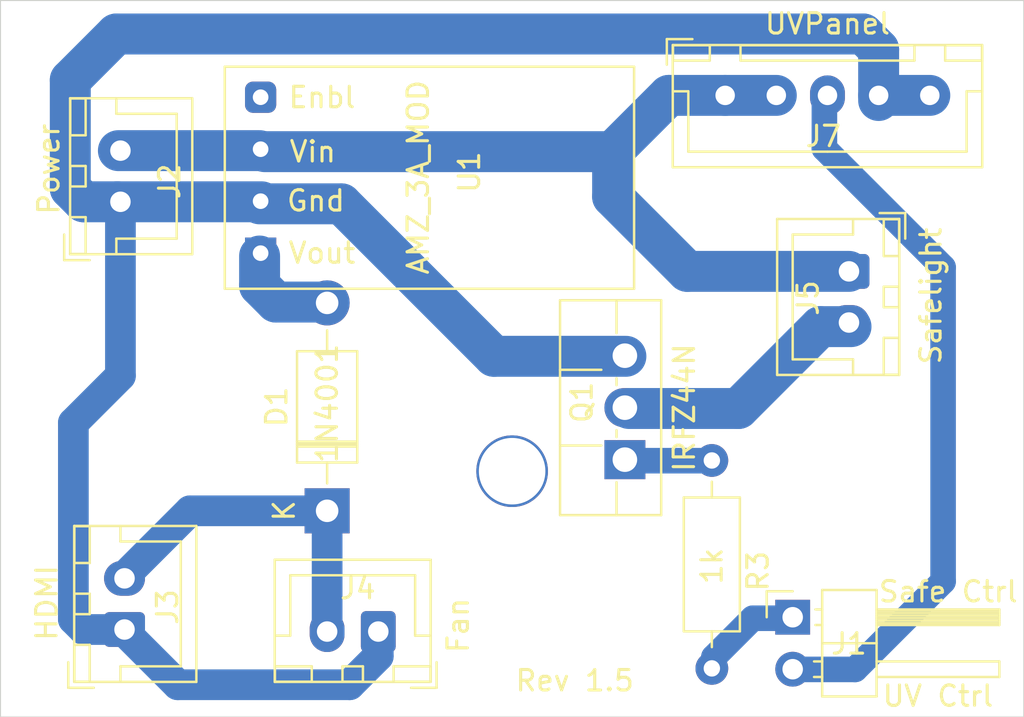
<source format=kicad_pcb>
(kicad_pcb (version 20171130) (host pcbnew "(5.1.8-0-10_14)")

  (general
    (thickness 1.6)
    (drawings 7)
    (tracks 50)
    (zones 0)
    (modules 10)
    (nets 10)
  )

  (page USLetter portrait)
  (layers
    (0 F.Cu signal)
    (31 B.Cu signal)
    (32 B.Adhes user hide)
    (33 F.Adhes user hide)
    (34 B.Paste user hide)
    (35 F.Paste user hide)
    (36 B.SilkS user hide)
    (37 F.SilkS user)
    (38 B.Mask user hide)
    (39 F.Mask user hide)
    (40 Dwgs.User user hide)
    (41 Cmts.User user hide)
    (42 Eco1.User user hide)
    (43 Eco2.User user hide)
    (44 Edge.Cuts user)
    (45 Margin user hide)
    (46 B.CrtYd user hide)
    (47 F.CrtYd user hide)
    (48 B.Fab user hide)
    (49 F.Fab user hide)
  )

  (setup
    (last_trace_width 1.25)
    (user_trace_width 0.5)
    (user_trace_width 1)
    (user_trace_width 1.5)
    (user_trace_width 2)
    (trace_clearance 0.25)
    (zone_clearance 0.508)
    (zone_45_only no)
    (trace_min 0.2)
    (via_size 0.8)
    (via_drill 0.4)
    (via_min_size 0.4)
    (via_min_drill 0.3)
    (uvia_size 0.3)
    (uvia_drill 0.1)
    (uvias_allowed no)
    (uvia_min_size 0.2)
    (uvia_min_drill 0.1)
    (edge_width 0.05)
    (segment_width 0.2)
    (pcb_text_width 0.3)
    (pcb_text_size 1.5 1.5)
    (mod_edge_width 0.12)
    (mod_text_size 1 1)
    (mod_text_width 0.15)
    (pad_size 1.7 1.7)
    (pad_drill 1)
    (pad_to_mask_clearance 0)
    (aux_axis_origin 9.96 72.036)
    (grid_origin 9.96 72.036)
    (visible_elements FFFEF97F)
    (pcbplotparams
      (layerselection 0x01020_ffffffff)
      (usegerberextensions false)
      (usegerberattributes true)
      (usegerberadvancedattributes true)
      (creategerberjobfile true)
      (excludeedgelayer true)
      (linewidth 0.100000)
      (plotframeref false)
      (viasonmask false)
      (mode 1)
      (useauxorigin true)
      (hpglpennumber 1)
      (hpglpenspeed 20)
      (hpglpendiameter 15.000000)
      (psnegative false)
      (psa4output false)
      (plotreference true)
      (plotvalue true)
      (plotinvisibletext false)
      (padsonsilk false)
      (subtractmaskfromsilk false)
      (outputformat 1)
      (mirror false)
      (drillshape 0)
      (scaleselection 1)
      (outputdirectory "../gbr/"))
  )

  (net 0 "")
  (net 1 GND)
  (net 2 +5V)
  (net 3 "Net-(D1-Pad2)")
  (net 4 "Net-(U1-Pad4)")
  (net 5 UVControl)
  (net 6 +24V)
  (net 7 SafelightControl)
  (net 8 SafelightGnd)
  (net 9 "Net-(Q1-Pad1)")

  (net_class Default "This is the default net class."
    (clearance 0.25)
    (trace_width 1.25)
    (via_dia 0.8)
    (via_drill 0.4)
    (uvia_dia 0.3)
    (uvia_drill 0.1)
    (add_net +24V)
    (add_net +5V)
    (add_net GND)
    (add_net "Net-(D1-Pad2)")
    (add_net "Net-(Q1-Pad1)")
    (add_net "Net-(U1-Pad4)")
    (add_net SafelightControl)
    (add_net SafelightGnd)
    (add_net UVControl)
  )

  (net_class Power12 ""
    (clearance 0.25)
    (trace_width 2)
    (via_dia 0.8)
    (via_drill 0.4)
    (uvia_dia 0.3)
    (uvia_drill 0.1)
  )

  (net_class Power5 ""
    (clearance 0.25)
    (trace_width 1.25)
    (via_dia 0.8)
    (via_drill 0.4)
    (uvia_dia 0.3)
    (uvia_drill 0.1)
  )

  (module Package_TO_SOT_THT:TO-220F-3_Vertical (layer F.Cu) (tedit 5AC8BA0D) (tstamp 615AB187)
    (at 40.51 59.436 90)
    (descr "TO-220F-3, Vertical, RM 2.54mm, see http://www.st.com/resource/en/datasheet/stp20nm60.pdf")
    (tags "TO-220F-3 Vertical RM 2.54mm")
    (path /61D25C96)
    (fp_text reference Q1 (at 2.8 -2.1 90) (layer F.SilkS)
      (effects (font (size 1 1) (thickness 0.15)))
    )
    (fp_text value IRFZ44N (at 2.54 2.9025 90) (layer F.SilkS)
      (effects (font (size 1 1) (thickness 0.15)))
    )
    (fp_line (start 7.92 -3.3) (end -2.84 -3.3) (layer F.CrtYd) (width 0.05))
    (fp_line (start 7.92 1.91) (end 7.92 -3.3) (layer F.CrtYd) (width 0.05))
    (fp_line (start -2.84 1.91) (end 7.92 1.91) (layer F.CrtYd) (width 0.05))
    (fp_line (start -2.84 -3.3) (end -2.84 1.91) (layer F.CrtYd) (width 0.05))
    (fp_line (start 4.391 -3.168) (end 4.391 -1.15) (layer F.SilkS) (width 0.12))
    (fp_line (start 0.69 -3.168) (end 0.69 -1.15) (layer F.SilkS) (width 0.12))
    (fp_line (start 6.183 -0.408) (end 7.79 -0.408) (layer F.SilkS) (width 0.12))
    (fp_line (start 3.643 -0.408) (end 3.978 -0.408) (layer F.SilkS) (width 0.12))
    (fp_line (start 1.103 -0.408) (end 1.438 -0.408) (layer F.SilkS) (width 0.12))
    (fp_line (start -2.71 -0.408) (end -1.103 -0.408) (layer F.SilkS) (width 0.12))
    (fp_line (start 7.79 -3.168) (end 7.79 1.773) (layer F.SilkS) (width 0.12))
    (fp_line (start -2.71 -3.168) (end -2.71 1.773) (layer F.SilkS) (width 0.12))
    (fp_line (start -2.71 1.773) (end 7.79 1.773) (layer F.SilkS) (width 0.12))
    (fp_line (start -2.71 -3.168) (end 7.79 -3.168) (layer F.SilkS) (width 0.12))
    (fp_line (start 4.39 -3.0475) (end 4.39 -0.5275) (layer F.Fab) (width 0.1))
    (fp_line (start 0.69 -3.0475) (end 0.69 -0.5275) (layer F.Fab) (width 0.1))
    (fp_line (start -2.59 -0.5275) (end 7.67 -0.5275) (layer F.Fab) (width 0.1))
    (fp_line (start 7.67 -3.0475) (end -2.59 -3.0475) (layer F.Fab) (width 0.1))
    (fp_line (start 7.67 1.6525) (end 7.67 -3.0475) (layer F.Fab) (width 0.1))
    (fp_line (start -2.59 1.6525) (end 7.67 1.6525) (layer F.Fab) (width 0.1))
    (fp_line (start -2.59 -3.0475) (end -2.59 1.6525) (layer F.Fab) (width 0.1))
    (fp_text user %R (at 2.54 -4.1675 90) (layer F.Fab)
      (effects (font (size 1 1) (thickness 0.15)))
    )
    (pad 3 thru_hole oval (at 5.08 0 90) (size 1.905 2) (drill 1.2) (layers *.Cu *.Mask)
      (net 1 GND))
    (pad 2 thru_hole oval (at 2.54 0 90) (size 1.905 2) (drill 1.2) (layers *.Cu *.Mask)
      (net 8 SafelightGnd))
    (pad 1 thru_hole rect (at 0 0 90) (size 1.905 2) (drill 1.2) (layers *.Cu *.Mask)
      (net 9 "Net-(Q1-Pad1)"))
    (model ${KISYS3DMOD}/Package_TO_SOT_THT.3dshapes/TO-220F-3_Vertical.wrl
      (at (xyz 0 0 0))
      (scale (xyz 1 1 1))
      (rotate (xyz 0 0 0))
    )
  )

  (module Connector_PinHeader_2.54mm:PinHeader_1x02_P2.54mm_Horizontal (layer F.Cu) (tedit 59FED5CB) (tstamp 615AB299)
    (at 48.71 67.136)
    (descr "Through hole angled pin header, 1x02, 2.54mm pitch, 6mm pin length, single row")
    (tags "Through hole angled pin header THT 1x02 2.54mm single row")
    (path /615C0504)
    (fp_text reference J1 (at 2.75 1.3) (layer F.SilkS)
      (effects (font (size 1 1) (thickness 0.15)))
    )
    (fp_text value "Light Control" (at 5.85 -2.85) (layer F.Fab)
      (effects (font (size 1 1) (thickness 0.15)))
    )
    (fp_line (start 10.55 -1.8) (end -1.8 -1.8) (layer F.CrtYd) (width 0.05))
    (fp_line (start 10.55 4.35) (end 10.55 -1.8) (layer F.CrtYd) (width 0.05))
    (fp_line (start -1.8 4.35) (end 10.55 4.35) (layer F.CrtYd) (width 0.05))
    (fp_line (start -1.8 -1.8) (end -1.8 4.35) (layer F.CrtYd) (width 0.05))
    (fp_line (start -1.27 -1.27) (end 0 -1.27) (layer F.SilkS) (width 0.12))
    (fp_line (start -1.27 0) (end -1.27 -1.27) (layer F.SilkS) (width 0.12))
    (fp_line (start 1.042929 2.92) (end 1.44 2.92) (layer F.SilkS) (width 0.12))
    (fp_line (start 1.042929 2.16) (end 1.44 2.16) (layer F.SilkS) (width 0.12))
    (fp_line (start 10.1 2.92) (end 4.1 2.92) (layer F.SilkS) (width 0.12))
    (fp_line (start 10.1 2.16) (end 10.1 2.92) (layer F.SilkS) (width 0.12))
    (fp_line (start 4.1 2.16) (end 10.1 2.16) (layer F.SilkS) (width 0.12))
    (fp_line (start 1.44 1.27) (end 4.1 1.27) (layer F.SilkS) (width 0.12))
    (fp_line (start 1.11 0.38) (end 1.44 0.38) (layer F.SilkS) (width 0.12))
    (fp_line (start 1.11 -0.38) (end 1.44 -0.38) (layer F.SilkS) (width 0.12))
    (fp_line (start 4.1 0.28) (end 10.1 0.28) (layer F.SilkS) (width 0.12))
    (fp_line (start 4.1 0.16) (end 10.1 0.16) (layer F.SilkS) (width 0.12))
    (fp_line (start 4.1 0.04) (end 10.1 0.04) (layer F.SilkS) (width 0.12))
    (fp_line (start 4.1 -0.08) (end 10.1 -0.08) (layer F.SilkS) (width 0.12))
    (fp_line (start 4.1 -0.2) (end 10.1 -0.2) (layer F.SilkS) (width 0.12))
    (fp_line (start 4.1 -0.32) (end 10.1 -0.32) (layer F.SilkS) (width 0.12))
    (fp_line (start 10.1 0.38) (end 4.1 0.38) (layer F.SilkS) (width 0.12))
    (fp_line (start 10.1 -0.38) (end 10.1 0.38) (layer F.SilkS) (width 0.12))
    (fp_line (start 4.1 -0.38) (end 10.1 -0.38) (layer F.SilkS) (width 0.12))
    (fp_line (start 4.1 -1.33) (end 1.44 -1.33) (layer F.SilkS) (width 0.12))
    (fp_line (start 4.1 3.87) (end 4.1 -1.33) (layer F.SilkS) (width 0.12))
    (fp_line (start 1.44 3.87) (end 4.1 3.87) (layer F.SilkS) (width 0.12))
    (fp_line (start 1.44 -1.33) (end 1.44 3.87) (layer F.SilkS) (width 0.12))
    (fp_line (start 4.04 2.86) (end 10.04 2.86) (layer F.Fab) (width 0.1))
    (fp_line (start 10.04 2.22) (end 10.04 2.86) (layer F.Fab) (width 0.1))
    (fp_line (start 4.04 2.22) (end 10.04 2.22) (layer F.Fab) (width 0.1))
    (fp_line (start -0.32 2.86) (end 1.5 2.86) (layer F.Fab) (width 0.1))
    (fp_line (start -0.32 2.22) (end -0.32 2.86) (layer F.Fab) (width 0.1))
    (fp_line (start -0.32 2.22) (end 1.5 2.22) (layer F.Fab) (width 0.1))
    (fp_line (start 4.04 0.32) (end 10.04 0.32) (layer F.Fab) (width 0.1))
    (fp_line (start 10.04 -0.32) (end 10.04 0.32) (layer F.Fab) (width 0.1))
    (fp_line (start 4.04 -0.32) (end 10.04 -0.32) (layer F.Fab) (width 0.1))
    (fp_line (start -0.32 0.32) (end 1.5 0.32) (layer F.Fab) (width 0.1))
    (fp_line (start -0.32 -0.32) (end -0.32 0.32) (layer F.Fab) (width 0.1))
    (fp_line (start -0.32 -0.32) (end 1.5 -0.32) (layer F.Fab) (width 0.1))
    (fp_line (start 1.5 -0.635) (end 2.135 -1.27) (layer F.Fab) (width 0.1))
    (fp_line (start 1.5 3.81) (end 1.5 -0.635) (layer F.Fab) (width 0.1))
    (fp_line (start 4.04 3.81) (end 1.5 3.81) (layer F.Fab) (width 0.1))
    (fp_line (start 4.04 -1.27) (end 4.04 3.81) (layer F.Fab) (width 0.1))
    (fp_line (start 2.135 -1.27) (end 4.04 -1.27) (layer F.Fab) (width 0.1))
    (fp_text user %R (at 2.77 1.27 90) (layer F.Fab)
      (effects (font (size 1 1) (thickness 0.15)))
    )
    (pad 2 thru_hole oval (at 0 2.54) (size 1.7 1.7) (drill 1) (layers *.Cu *.Mask)
      (net 5 UVControl))
    (pad 1 thru_hole rect (at 0 0) (size 1.7 1.7) (drill 1) (layers *.Cu *.Mask)
      (net 7 SafelightControl))
    (model ${KISYS3DMOD}/Connector_PinHeader_2.54mm.3dshapes/PinHeader_1x02_P2.54mm_Horizontal.wrl
      (at (xyz 0 0 0))
      (scale (xyz 1 1 1))
      (rotate (xyz 0 0 0))
    )
  )

  (module Connector_JST:JST_XH_B2B-XH-A_1x02_P2.50mm_Vertical (layer F.Cu) (tedit 5C28146C) (tstamp 615AB39D)
    (at 51.46 50.236 270)
    (descr "JST XH series connector, B2B-XH-A (http://www.jst-mfg.com/product/pdf/eng/eXH.pdf), generated with kicad-footprint-generator")
    (tags "connector JST XH vertical")
    (path /603B82C9)
    (fp_text reference J5 (at 1.3 2 90) (layer F.SilkS)
      (effects (font (size 1 1) (thickness 0.15)))
    )
    (fp_text value Safelight (at 1.2 -4 90) (layer F.SilkS)
      (effects (font (size 1 1) (thickness 0.15)))
    )
    (fp_line (start -2.85 -2.75) (end -2.85 -1.5) (layer F.SilkS) (width 0.12))
    (fp_line (start -1.6 -2.75) (end -2.85 -2.75) (layer F.SilkS) (width 0.12))
    (fp_line (start 4.3 2.75) (end 1.25 2.75) (layer F.SilkS) (width 0.12))
    (fp_line (start 4.3 -0.2) (end 4.3 2.75) (layer F.SilkS) (width 0.12))
    (fp_line (start 5.05 -0.2) (end 4.3 -0.2) (layer F.SilkS) (width 0.12))
    (fp_line (start -1.8 2.75) (end 1.25 2.75) (layer F.SilkS) (width 0.12))
    (fp_line (start -1.8 -0.2) (end -1.8 2.75) (layer F.SilkS) (width 0.12))
    (fp_line (start -2.55 -0.2) (end -1.8 -0.2) (layer F.SilkS) (width 0.12))
    (fp_line (start 5.05 -2.45) (end 3.25 -2.45) (layer F.SilkS) (width 0.12))
    (fp_line (start 5.05 -1.7) (end 5.05 -2.45) (layer F.SilkS) (width 0.12))
    (fp_line (start 3.25 -1.7) (end 5.05 -1.7) (layer F.SilkS) (width 0.12))
    (fp_line (start 3.25 -2.45) (end 3.25 -1.7) (layer F.SilkS) (width 0.12))
    (fp_line (start -0.75 -2.45) (end -2.55 -2.45) (layer F.SilkS) (width 0.12))
    (fp_line (start -0.75 -1.7) (end -0.75 -2.45) (layer F.SilkS) (width 0.12))
    (fp_line (start -2.55 -1.7) (end -0.75 -1.7) (layer F.SilkS) (width 0.12))
    (fp_line (start -2.55 -2.45) (end -2.55 -1.7) (layer F.SilkS) (width 0.12))
    (fp_line (start 1.75 -2.45) (end 0.75 -2.45) (layer F.SilkS) (width 0.12))
    (fp_line (start 1.75 -1.7) (end 1.75 -2.45) (layer F.SilkS) (width 0.12))
    (fp_line (start 0.75 -1.7) (end 1.75 -1.7) (layer F.SilkS) (width 0.12))
    (fp_line (start 0.75 -2.45) (end 0.75 -1.7) (layer F.SilkS) (width 0.12))
    (fp_line (start 0 -1.35) (end 0.625 -2.35) (layer F.Fab) (width 0.1))
    (fp_line (start -0.625 -2.35) (end 0 -1.35) (layer F.Fab) (width 0.1))
    (fp_line (start 5.45 -2.85) (end -2.95 -2.85) (layer F.CrtYd) (width 0.05))
    (fp_line (start 5.45 3.9) (end 5.45 -2.85) (layer F.CrtYd) (width 0.05))
    (fp_line (start -2.95 3.9) (end 5.45 3.9) (layer F.CrtYd) (width 0.05))
    (fp_line (start -2.95 -2.85) (end -2.95 3.9) (layer F.CrtYd) (width 0.05))
    (fp_line (start 5.06 -2.46) (end -2.56 -2.46) (layer F.SilkS) (width 0.12))
    (fp_line (start 5.06 3.51) (end 5.06 -2.46) (layer F.SilkS) (width 0.12))
    (fp_line (start -2.56 3.51) (end 5.06 3.51) (layer F.SilkS) (width 0.12))
    (fp_line (start -2.56 -2.46) (end -2.56 3.51) (layer F.SilkS) (width 0.12))
    (fp_line (start 4.95 -2.35) (end -2.45 -2.35) (layer F.Fab) (width 0.1))
    (fp_line (start 4.95 3.4) (end 4.95 -2.35) (layer F.Fab) (width 0.1))
    (fp_line (start -2.45 3.4) (end 4.95 3.4) (layer F.Fab) (width 0.1))
    (fp_line (start -2.45 -2.35) (end -2.45 3.4) (layer F.Fab) (width 0.1))
    (fp_text user %R (at 1.25 2.7 90) (layer F.Fab)
      (effects (font (size 1 1) (thickness 0.15)))
    )
    (pad 2 thru_hole oval (at 2.5 0 270) (size 1.7 2) (drill 1) (layers *.Cu *.Mask)
      (net 8 SafelightGnd))
    (pad 1 thru_hole roundrect (at 0 0 270) (size 1.7 2) (drill 1) (layers *.Cu *.Mask) (roundrect_rratio 0.1470588235294118)
      (net 6 +24V))
    (model ${KISYS3DMOD}/Connector_JST.3dshapes/JST_XH_B2B-XH-A_1x02_P2.50mm_Vertical.wrl
      (at (xyz 0 0 0))
      (scale (xyz 1 1 1))
      (rotate (xyz 0 0 0))
    )
  )

  (module Connector_JST:JST_XH_B2B-XH-A_1x02_P2.50mm_Vertical (layer F.Cu) (tedit 5C28146C) (tstamp 615AB325)
    (at 28.46 67.836 180)
    (descr "JST XH series connector, B2B-XH-A (http://www.jst-mfg.com/product/pdf/eng/eXH.pdf), generated with kicad-footprint-generator")
    (tags "connector JST XH vertical")
    (path /603B45A7)
    (fp_text reference J4 (at 1 2.1) (layer F.SilkS)
      (effects (font (size 1 1) (thickness 0.15)))
    )
    (fp_text value Fan (at -3.9 0.3 270) (layer F.SilkS)
      (effects (font (size 1 1) (thickness 0.15)))
    )
    (fp_line (start -2.85 -2.75) (end -2.85 -1.5) (layer F.SilkS) (width 0.12))
    (fp_line (start -1.6 -2.75) (end -2.85 -2.75) (layer F.SilkS) (width 0.12))
    (fp_line (start 4.3 2.75) (end 1.25 2.75) (layer F.SilkS) (width 0.12))
    (fp_line (start 4.3 -0.2) (end 4.3 2.75) (layer F.SilkS) (width 0.12))
    (fp_line (start 5.05 -0.2) (end 4.3 -0.2) (layer F.SilkS) (width 0.12))
    (fp_line (start -1.8 2.75) (end 1.25 2.75) (layer F.SilkS) (width 0.12))
    (fp_line (start -1.8 -0.2) (end -1.8 2.75) (layer F.SilkS) (width 0.12))
    (fp_line (start -2.55 -0.2) (end -1.8 -0.2) (layer F.SilkS) (width 0.12))
    (fp_line (start 5.05 -2.45) (end 3.25 -2.45) (layer F.SilkS) (width 0.12))
    (fp_line (start 5.05 -1.7) (end 5.05 -2.45) (layer F.SilkS) (width 0.12))
    (fp_line (start 3.25 -1.7) (end 5.05 -1.7) (layer F.SilkS) (width 0.12))
    (fp_line (start 3.25 -2.45) (end 3.25 -1.7) (layer F.SilkS) (width 0.12))
    (fp_line (start -0.75 -2.45) (end -2.55 -2.45) (layer F.SilkS) (width 0.12))
    (fp_line (start -0.75 -1.7) (end -0.75 -2.45) (layer F.SilkS) (width 0.12))
    (fp_line (start -2.55 -1.7) (end -0.75 -1.7) (layer F.SilkS) (width 0.12))
    (fp_line (start -2.55 -2.45) (end -2.55 -1.7) (layer F.SilkS) (width 0.12))
    (fp_line (start 1.75 -2.45) (end 0.75 -2.45) (layer F.SilkS) (width 0.12))
    (fp_line (start 1.75 -1.7) (end 1.75 -2.45) (layer F.SilkS) (width 0.12))
    (fp_line (start 0.75 -1.7) (end 1.75 -1.7) (layer F.SilkS) (width 0.12))
    (fp_line (start 0.75 -2.45) (end 0.75 -1.7) (layer F.SilkS) (width 0.12))
    (fp_line (start 0 -1.35) (end 0.625 -2.35) (layer F.Fab) (width 0.1))
    (fp_line (start -0.625 -2.35) (end 0 -1.35) (layer F.Fab) (width 0.1))
    (fp_line (start 5.45 -2.85) (end -2.95 -2.85) (layer F.CrtYd) (width 0.05))
    (fp_line (start 5.45 3.9) (end 5.45 -2.85) (layer F.CrtYd) (width 0.05))
    (fp_line (start -2.95 3.9) (end 5.45 3.9) (layer F.CrtYd) (width 0.05))
    (fp_line (start -2.95 -2.85) (end -2.95 3.9) (layer F.CrtYd) (width 0.05))
    (fp_line (start 5.06 -2.46) (end -2.56 -2.46) (layer F.SilkS) (width 0.12))
    (fp_line (start 5.06 3.51) (end 5.06 -2.46) (layer F.SilkS) (width 0.12))
    (fp_line (start -2.56 3.51) (end 5.06 3.51) (layer F.SilkS) (width 0.12))
    (fp_line (start -2.56 -2.46) (end -2.56 3.51) (layer F.SilkS) (width 0.12))
    (fp_line (start 4.95 -2.35) (end -2.45 -2.35) (layer F.Fab) (width 0.1))
    (fp_line (start 4.95 3.4) (end 4.95 -2.35) (layer F.Fab) (width 0.1))
    (fp_line (start -2.45 3.4) (end 4.95 3.4) (layer F.Fab) (width 0.1))
    (fp_line (start -2.45 -2.35) (end -2.45 3.4) (layer F.Fab) (width 0.1))
    (fp_text user %R (at 1.25 2.7) (layer F.Fab)
      (effects (font (size 1 1) (thickness 0.15)))
    )
    (pad 2 thru_hole oval (at 2.5 0 180) (size 1.7 2) (drill 1) (layers *.Cu *.Mask)
      (net 2 +5V))
    (pad 1 thru_hole roundrect (at 0 0 180) (size 1.7 2) (drill 1) (layers *.Cu *.Mask) (roundrect_rratio 0.1470588235294118)
      (net 1 GND))
    (model ${KISYS3DMOD}/Connector_JST.3dshapes/JST_XH_B2B-XH-A_1x02_P2.50mm_Vertical.wrl
      (at (xyz 0 0 0))
      (scale (xyz 1 1 1))
      (rotate (xyz 0 0 0))
    )
  )

  (module Connector_JST:JST_XH_B2B-XH-A_1x02_P2.50mm_Vertical (layer F.Cu) (tedit 5C28146C) (tstamp 615AB007)
    (at 16.06 67.736 90)
    (descr "JST XH series connector, B2B-XH-A (http://www.jst-mfg.com/product/pdf/eng/eXH.pdf), generated with kicad-footprint-generator")
    (tags "connector JST XH vertical")
    (path /615BE82D)
    (fp_text reference J3 (at 1.1 2.1 90) (layer F.SilkS)
      (effects (font (size 1 1) (thickness 0.15)))
    )
    (fp_text value HDMI (at 1.3 -3.8 90) (layer F.SilkS)
      (effects (font (size 1 1) (thickness 0.15)))
    )
    (fp_line (start -2.85 -2.75) (end -2.85 -1.5) (layer F.SilkS) (width 0.12))
    (fp_line (start -1.6 -2.75) (end -2.85 -2.75) (layer F.SilkS) (width 0.12))
    (fp_line (start 4.3 2.75) (end 1.25 2.75) (layer F.SilkS) (width 0.12))
    (fp_line (start 4.3 -0.2) (end 4.3 2.75) (layer F.SilkS) (width 0.12))
    (fp_line (start 5.05 -0.2) (end 4.3 -0.2) (layer F.SilkS) (width 0.12))
    (fp_line (start -1.8 2.75) (end 1.25 2.75) (layer F.SilkS) (width 0.12))
    (fp_line (start -1.8 -0.2) (end -1.8 2.75) (layer F.SilkS) (width 0.12))
    (fp_line (start -2.55 -0.2) (end -1.8 -0.2) (layer F.SilkS) (width 0.12))
    (fp_line (start 5.05 -2.45) (end 3.25 -2.45) (layer F.SilkS) (width 0.12))
    (fp_line (start 5.05 -1.7) (end 5.05 -2.45) (layer F.SilkS) (width 0.12))
    (fp_line (start 3.25 -1.7) (end 5.05 -1.7) (layer F.SilkS) (width 0.12))
    (fp_line (start 3.25 -2.45) (end 3.25 -1.7) (layer F.SilkS) (width 0.12))
    (fp_line (start -0.75 -2.45) (end -2.55 -2.45) (layer F.SilkS) (width 0.12))
    (fp_line (start -0.75 -1.7) (end -0.75 -2.45) (layer F.SilkS) (width 0.12))
    (fp_line (start -2.55 -1.7) (end -0.75 -1.7) (layer F.SilkS) (width 0.12))
    (fp_line (start -2.55 -2.45) (end -2.55 -1.7) (layer F.SilkS) (width 0.12))
    (fp_line (start 1.75 -2.45) (end 0.75 -2.45) (layer F.SilkS) (width 0.12))
    (fp_line (start 1.75 -1.7) (end 1.75 -2.45) (layer F.SilkS) (width 0.12))
    (fp_line (start 0.75 -1.7) (end 1.75 -1.7) (layer F.SilkS) (width 0.12))
    (fp_line (start 0.75 -2.45) (end 0.75 -1.7) (layer F.SilkS) (width 0.12))
    (fp_line (start 0 -1.35) (end 0.625 -2.35) (layer F.Fab) (width 0.1))
    (fp_line (start -0.625 -2.35) (end 0 -1.35) (layer F.Fab) (width 0.1))
    (fp_line (start 5.45 -2.85) (end -2.95 -2.85) (layer F.CrtYd) (width 0.05))
    (fp_line (start 5.45 3.9) (end 5.45 -2.85) (layer F.CrtYd) (width 0.05))
    (fp_line (start -2.95 3.9) (end 5.45 3.9) (layer F.CrtYd) (width 0.05))
    (fp_line (start -2.95 -2.85) (end -2.95 3.9) (layer F.CrtYd) (width 0.05))
    (fp_line (start 5.06 -2.46) (end -2.56 -2.46) (layer F.SilkS) (width 0.12))
    (fp_line (start 5.06 3.51) (end 5.06 -2.46) (layer F.SilkS) (width 0.12))
    (fp_line (start -2.56 3.51) (end 5.06 3.51) (layer F.SilkS) (width 0.12))
    (fp_line (start -2.56 -2.46) (end -2.56 3.51) (layer F.SilkS) (width 0.12))
    (fp_line (start 4.95 -2.35) (end -2.45 -2.35) (layer F.Fab) (width 0.1))
    (fp_line (start 4.95 3.4) (end 4.95 -2.35) (layer F.Fab) (width 0.1))
    (fp_line (start -2.45 3.4) (end 4.95 3.4) (layer F.Fab) (width 0.1))
    (fp_line (start -2.45 -2.35) (end -2.45 3.4) (layer F.Fab) (width 0.1))
    (fp_text user %R (at 1.25 2.7 90) (layer F.Fab)
      (effects (font (size 1 1) (thickness 0.15)))
    )
    (pad 2 thru_hole oval (at 2.5 0 90) (size 1.7 2) (drill 1) (layers *.Cu *.Mask)
      (net 2 +5V))
    (pad 1 thru_hole roundrect (at 0 0 90) (size 1.7 2) (drill 1) (layers *.Cu *.Mask) (roundrect_rratio 0.1470588235294118)
      (net 1 GND))
    (model ${KISYS3DMOD}/Connector_JST.3dshapes/JST_XH_B2B-XH-A_1x02_P2.50mm_Vertical.wrl
      (at (xyz 0 0 0))
      (scale (xyz 1 1 1))
      (rotate (xyz 0 0 0))
    )
  )

  (module Connector_JST:JST_XH_B2B-XH-A_1x02_P2.50mm_Vertical (layer F.Cu) (tedit 5C28146C) (tstamp 615AB0C4)
    (at 15.86 46.836 90)
    (descr "JST XH series connector, B2B-XH-A (http://www.jst-mfg.com/product/pdf/eng/eXH.pdf), generated with kicad-footprint-generator")
    (tags "connector JST XH vertical")
    (path /603B31A5)
    (fp_text reference J2 (at 1 2.4 90) (layer F.SilkS)
      (effects (font (size 1 1) (thickness 0.15)))
    )
    (fp_text value Power (at 1.6 -3.5 90) (layer F.SilkS)
      (effects (font (size 1 1) (thickness 0.15)))
    )
    (fp_line (start -2.45 -2.35) (end -2.45 3.4) (layer F.Fab) (width 0.1))
    (fp_line (start -2.45 3.4) (end 4.95 3.4) (layer F.Fab) (width 0.1))
    (fp_line (start 4.95 3.4) (end 4.95 -2.35) (layer F.Fab) (width 0.1))
    (fp_line (start 4.95 -2.35) (end -2.45 -2.35) (layer F.Fab) (width 0.1))
    (fp_line (start -2.56 -2.46) (end -2.56 3.51) (layer F.SilkS) (width 0.12))
    (fp_line (start -2.56 3.51) (end 5.06 3.51) (layer F.SilkS) (width 0.12))
    (fp_line (start 5.06 3.51) (end 5.06 -2.46) (layer F.SilkS) (width 0.12))
    (fp_line (start 5.06 -2.46) (end -2.56 -2.46) (layer F.SilkS) (width 0.12))
    (fp_line (start -2.95 -2.85) (end -2.95 3.9) (layer F.CrtYd) (width 0.05))
    (fp_line (start -2.95 3.9) (end 5.45 3.9) (layer F.CrtYd) (width 0.05))
    (fp_line (start 5.45 3.9) (end 5.45 -2.85) (layer F.CrtYd) (width 0.05))
    (fp_line (start 5.45 -2.85) (end -2.95 -2.85) (layer F.CrtYd) (width 0.05))
    (fp_line (start -0.625 -2.35) (end 0 -1.35) (layer F.Fab) (width 0.1))
    (fp_line (start 0 -1.35) (end 0.625 -2.35) (layer F.Fab) (width 0.1))
    (fp_line (start 0.75 -2.45) (end 0.75 -1.7) (layer F.SilkS) (width 0.12))
    (fp_line (start 0.75 -1.7) (end 1.75 -1.7) (layer F.SilkS) (width 0.12))
    (fp_line (start 1.75 -1.7) (end 1.75 -2.45) (layer F.SilkS) (width 0.12))
    (fp_line (start 1.75 -2.45) (end 0.75 -2.45) (layer F.SilkS) (width 0.12))
    (fp_line (start -2.55 -2.45) (end -2.55 -1.7) (layer F.SilkS) (width 0.12))
    (fp_line (start -2.55 -1.7) (end -0.75 -1.7) (layer F.SilkS) (width 0.12))
    (fp_line (start -0.75 -1.7) (end -0.75 -2.45) (layer F.SilkS) (width 0.12))
    (fp_line (start -0.75 -2.45) (end -2.55 -2.45) (layer F.SilkS) (width 0.12))
    (fp_line (start 3.25 -2.45) (end 3.25 -1.7) (layer F.SilkS) (width 0.12))
    (fp_line (start 3.25 -1.7) (end 5.05 -1.7) (layer F.SilkS) (width 0.12))
    (fp_line (start 5.05 -1.7) (end 5.05 -2.45) (layer F.SilkS) (width 0.12))
    (fp_line (start 5.05 -2.45) (end 3.25 -2.45) (layer F.SilkS) (width 0.12))
    (fp_line (start -2.55 -0.2) (end -1.8 -0.2) (layer F.SilkS) (width 0.12))
    (fp_line (start -1.8 -0.2) (end -1.8 2.75) (layer F.SilkS) (width 0.12))
    (fp_line (start -1.8 2.75) (end 1.25 2.75) (layer F.SilkS) (width 0.12))
    (fp_line (start 5.05 -0.2) (end 4.3 -0.2) (layer F.SilkS) (width 0.12))
    (fp_line (start 4.3 -0.2) (end 4.3 2.75) (layer F.SilkS) (width 0.12))
    (fp_line (start 4.3 2.75) (end 1.25 2.75) (layer F.SilkS) (width 0.12))
    (fp_line (start -1.6 -2.75) (end -2.85 -2.75) (layer F.SilkS) (width 0.12))
    (fp_line (start -2.85 -2.75) (end -2.85 -1.5) (layer F.SilkS) (width 0.12))
    (fp_text user %R (at 1.25 2.7 90) (layer F.Fab)
      (effects (font (size 1 1) (thickness 0.15)))
    )
    (pad 1 thru_hole roundrect (at 0 0 90) (size 1.7 2) (drill 1) (layers *.Cu *.Mask) (roundrect_rratio 0.1470588235294118)
      (net 1 GND))
    (pad 2 thru_hole oval (at 2.5 0 90) (size 1.7 2) (drill 1) (layers *.Cu *.Mask)
      (net 6 +24V))
    (model ${KISYS3DMOD}/Connector_JST.3dshapes/JST_XH_B2B-XH-A_1x02_P2.50mm_Vertical.wrl
      (at (xyz 0 0 0))
      (scale (xyz 1 1 1))
      (rotate (xyz 0 0 0))
    )
  )

  (module Connector_JST:JST_XH_B5B-XH-A_1x05_P2.50mm_Vertical (layer F.Cu) (tedit 5C28146C) (tstamp 615AB211)
    (at 45.41 41.636)
    (descr "JST XH series connector, B5B-XH-A (http://www.jst-mfg.com/product/pdf/eng/eXH.pdf), generated with kicad-footprint-generator")
    (tags "connector JST XH vertical")
    (path /60A321D8)
    (fp_text reference J7 (at 4.8 2) (layer F.SilkS)
      (effects (font (size 1 1) (thickness 0.15)))
    )
    (fp_text value UVPanel (at 5 -3.5) (layer F.SilkS)
      (effects (font (size 1 1) (thickness 0.15)))
    )
    (fp_line (start -2.45 -2.35) (end -2.45 3.4) (layer F.Fab) (width 0.1))
    (fp_line (start -2.45 3.4) (end 12.45 3.4) (layer F.Fab) (width 0.1))
    (fp_line (start 12.45 3.4) (end 12.45 -2.35) (layer F.Fab) (width 0.1))
    (fp_line (start 12.45 -2.35) (end -2.45 -2.35) (layer F.Fab) (width 0.1))
    (fp_line (start -2.56 -2.46) (end -2.56 3.51) (layer F.SilkS) (width 0.12))
    (fp_line (start -2.56 3.51) (end 12.56 3.51) (layer F.SilkS) (width 0.12))
    (fp_line (start 12.56 3.51) (end 12.56 -2.46) (layer F.SilkS) (width 0.12))
    (fp_line (start 12.56 -2.46) (end -2.56 -2.46) (layer F.SilkS) (width 0.12))
    (fp_line (start -2.95 -2.85) (end -2.95 3.9) (layer F.CrtYd) (width 0.05))
    (fp_line (start -2.95 3.9) (end 12.95 3.9) (layer F.CrtYd) (width 0.05))
    (fp_line (start 12.95 3.9) (end 12.95 -2.85) (layer F.CrtYd) (width 0.05))
    (fp_line (start 12.95 -2.85) (end -2.95 -2.85) (layer F.CrtYd) (width 0.05))
    (fp_line (start -0.625 -2.35) (end 0 -1.35) (layer F.Fab) (width 0.1))
    (fp_line (start 0 -1.35) (end 0.625 -2.35) (layer F.Fab) (width 0.1))
    (fp_line (start 0.75 -2.45) (end 0.75 -1.7) (layer F.SilkS) (width 0.12))
    (fp_line (start 0.75 -1.7) (end 9.25 -1.7) (layer F.SilkS) (width 0.12))
    (fp_line (start 9.25 -1.7) (end 9.25 -2.45) (layer F.SilkS) (width 0.12))
    (fp_line (start 9.25 -2.45) (end 0.75 -2.45) (layer F.SilkS) (width 0.12))
    (fp_line (start -2.55 -2.45) (end -2.55 -1.7) (layer F.SilkS) (width 0.12))
    (fp_line (start -2.55 -1.7) (end -0.75 -1.7) (layer F.SilkS) (width 0.12))
    (fp_line (start -0.75 -1.7) (end -0.75 -2.45) (layer F.SilkS) (width 0.12))
    (fp_line (start -0.75 -2.45) (end -2.55 -2.45) (layer F.SilkS) (width 0.12))
    (fp_line (start 10.75 -2.45) (end 10.75 -1.7) (layer F.SilkS) (width 0.12))
    (fp_line (start 10.75 -1.7) (end 12.55 -1.7) (layer F.SilkS) (width 0.12))
    (fp_line (start 12.55 -1.7) (end 12.55 -2.45) (layer F.SilkS) (width 0.12))
    (fp_line (start 12.55 -2.45) (end 10.75 -2.45) (layer F.SilkS) (width 0.12))
    (fp_line (start -2.55 -0.2) (end -1.8 -0.2) (layer F.SilkS) (width 0.12))
    (fp_line (start -1.8 -0.2) (end -1.8 2.75) (layer F.SilkS) (width 0.12))
    (fp_line (start -1.8 2.75) (end 5 2.75) (layer F.SilkS) (width 0.12))
    (fp_line (start 12.55 -0.2) (end 11.8 -0.2) (layer F.SilkS) (width 0.12))
    (fp_line (start 11.8 -0.2) (end 11.8 2.75) (layer F.SilkS) (width 0.12))
    (fp_line (start 11.8 2.75) (end 5 2.75) (layer F.SilkS) (width 0.12))
    (fp_line (start -1.6 -2.75) (end -2.85 -2.75) (layer F.SilkS) (width 0.12))
    (fp_line (start -2.85 -2.75) (end -2.85 -1.5) (layer F.SilkS) (width 0.12))
    (fp_text user %R (at 5 2.7) (layer F.Fab)
      (effects (font (size 1 1) (thickness 0.15)))
    )
    (pad 5 thru_hole oval (at 10 0) (size 1.7 1.95) (drill 0.95) (layers *.Cu *.Mask)
      (net 1 GND))
    (pad 4 thru_hole oval (at 7.5 0) (size 1.7 1.95) (drill 0.95) (layers *.Cu *.Mask)
      (net 1 GND))
    (pad 3 thru_hole oval (at 5 0) (size 1.7 1.95) (drill 0.95) (layers *.Cu *.Mask)
      (net 5 UVControl))
    (pad 2 thru_hole oval (at 2.5 0) (size 1.7 1.95) (drill 0.95) (layers *.Cu *.Mask)
      (net 6 +24V))
    (pad 1 thru_hole roundrect (at 0 0) (size 1.7 1.95) (drill 0.95) (layers *.Cu *.Mask) (roundrect_rratio 0.1470588235294118)
      (net 6 +24V))
    (model ${KISYS3DMOD}/Connector_JST.3dshapes/JST_XH_B5B-XH-A_1x05_P2.50mm_Vertical.wrl
      (at (xyz 0 0 0))
      (scale (xyz 1 1 1))
      (rotate (xyz 0 0 0))
    )
  )

  (module jkoz_custom:Amazon_3A_Power_Module (layer F.Cu) (tedit 6041531D) (tstamp 615AB1C8)
    (at 30.66 45.636 90)
    (path /60426F45)
    (fp_text reference U1 (at 0.25 2.25 90) (layer F.SilkS)
      (effects (font (size 1 1) (thickness 0.15)))
    )
    (fp_text value AMZ_3A_MOD (at 0 -0.25 90) (layer F.SilkS)
      (effects (font (size 1 1) (thickness 0.15)))
    )
    (fp_line (start -5.45 10.3) (end -5.45 -9.7) (layer F.SilkS) (width 0.12))
    (fp_line (start 5.4 10.3) (end -5.45 10.3) (layer F.SilkS) (width 0.12))
    (fp_line (start 5.4 -9.7) (end 5.4 10.3) (layer F.SilkS) (width 0.12))
    (fp_line (start -5.45 -9.7) (end 5.4 -9.7) (layer F.SilkS) (width 0.12))
    (fp_text user Enbl (at 3.9 -4.95) (layer F.SilkS)
      (effects (font (size 1 1) (thickness 0.15)))
    )
    (fp_text user Vin (at 1.25 -5.4) (layer F.SilkS)
      (effects (font (size 1 1) (thickness 0.15)))
    )
    (fp_text user Gnd (at -1.15 -5.25) (layer F.SilkS)
      (effects (font (size 1 1) (thickness 0.15)))
    )
    (fp_text user Vout (at -3.7 -4.95) (layer F.SilkS)
      (effects (font (size 1 1) (thickness 0.15)))
    )
    (pad 4 thru_hole roundrect (at 3.91 -7.95 90) (size 1.524 1.524) (drill 0.762) (layers *.Cu *.Mask) (roundrect_rratio 0.25)
      (net 4 "Net-(U1-Pad4)"))
    (pad 3 thru_hole roundrect (at 1.37 -7.95 90) (size 1.524 1.524) (drill 0.762) (layers *.Cu *.Mask) (roundrect_rratio 0.25)
      (net 6 +24V))
    (pad 2 thru_hole roundrect (at -1.17 -7.95 90) (size 1.524 1.524) (drill 0.762) (layers *.Cu *.Mask) (roundrect_rratio 0.25)
      (net 1 GND))
    (pad 1 thru_hole rect (at -3.71 -7.95 90) (size 1.524 1.524) (drill 0.762) (layers *.Cu *.Mask)
      (net 3 "Net-(D1-Pad2)"))
  )

  (module Diode_THT:D_DO-41_SOD81_P10.16mm_Horizontal (layer F.Cu) (tedit 5AE50CD5) (tstamp 615AB132)
    (at 25.96 61.936 90)
    (descr "Diode, DO-41_SOD81 series, Axial, Horizontal, pin pitch=10.16mm, , length*diameter=5.2*2.7mm^2, , http://www.diodes.com/_files/packages/DO-41%20(Plastic).pdf")
    (tags "Diode DO-41_SOD81 series Axial Horizontal pin pitch 10.16mm  length 5.2mm diameter 2.7mm")
    (path /5FD171A4)
    (fp_text reference D1 (at 5.08 -2.47 90) (layer F.SilkS)
      (effects (font (size 1 1) (thickness 0.15)))
    )
    (fp_text value 1N4001 (at 5.25 0 90) (layer F.SilkS)
      (effects (font (size 1 1) (thickness 0.15)))
    )
    (fp_line (start 11.51 -1.6) (end -1.35 -1.6) (layer F.CrtYd) (width 0.05))
    (fp_line (start 11.51 1.6) (end 11.51 -1.6) (layer F.CrtYd) (width 0.05))
    (fp_line (start -1.35 1.6) (end 11.51 1.6) (layer F.CrtYd) (width 0.05))
    (fp_line (start -1.35 -1.6) (end -1.35 1.6) (layer F.CrtYd) (width 0.05))
    (fp_line (start 3.14 -1.47) (end 3.14 1.47) (layer F.SilkS) (width 0.12))
    (fp_line (start 3.38 -1.47) (end 3.38 1.47) (layer F.SilkS) (width 0.12))
    (fp_line (start 3.26 -1.47) (end 3.26 1.47) (layer F.SilkS) (width 0.12))
    (fp_line (start 8.82 0) (end 7.8 0) (layer F.SilkS) (width 0.12))
    (fp_line (start 1.34 0) (end 2.36 0) (layer F.SilkS) (width 0.12))
    (fp_line (start 7.8 -1.47) (end 2.36 -1.47) (layer F.SilkS) (width 0.12))
    (fp_line (start 7.8 1.47) (end 7.8 -1.47) (layer F.SilkS) (width 0.12))
    (fp_line (start 2.36 1.47) (end 7.8 1.47) (layer F.SilkS) (width 0.12))
    (fp_line (start 2.36 -1.47) (end 2.36 1.47) (layer F.SilkS) (width 0.12))
    (fp_line (start 3.16 -1.35) (end 3.16 1.35) (layer F.Fab) (width 0.1))
    (fp_line (start 3.36 -1.35) (end 3.36 1.35) (layer F.Fab) (width 0.1))
    (fp_line (start 3.26 -1.35) (end 3.26 1.35) (layer F.Fab) (width 0.1))
    (fp_line (start 10.16 0) (end 7.68 0) (layer F.Fab) (width 0.1))
    (fp_line (start 0 0) (end 2.48 0) (layer F.Fab) (width 0.1))
    (fp_line (start 7.68 -1.35) (end 2.48 -1.35) (layer F.Fab) (width 0.1))
    (fp_line (start 7.68 1.35) (end 7.68 -1.35) (layer F.Fab) (width 0.1))
    (fp_line (start 2.48 1.35) (end 7.68 1.35) (layer F.Fab) (width 0.1))
    (fp_line (start 2.48 -1.35) (end 2.48 1.35) (layer F.Fab) (width 0.1))
    (fp_text user K (at 0 -2.1 90) (layer F.SilkS)
      (effects (font (size 1 1) (thickness 0.15)))
    )
    (fp_text user K (at 0 -2.1 90) (layer F.Fab)
      (effects (font (size 1 1) (thickness 0.15)))
    )
    (fp_text user %R (at 5.5 2.25 90) (layer F.Fab)
      (effects (font (size 1 1) (thickness 0.15)))
    )
    (pad 2 thru_hole oval (at 10.16 0 90) (size 2.2 2.2) (drill 1.1) (layers *.Cu *.Mask)
      (net 3 "Net-(D1-Pad2)"))
    (pad 1 thru_hole rect (at 0 0 90) (size 2.2 2.2) (drill 1.1) (layers *.Cu *.Mask)
      (net 2 +5V))
    (model ${KISYS3DMOD}/Diode_THT.3dshapes/D_DO-41_SOD81_P10.16mm_Horizontal.wrl
      (at (xyz 0 0 0))
      (scale (xyz 1 1 1))
      (rotate (xyz 0 0 0))
    )
  )

  (module Resistor_THT:R_Axial_DIN0207_L6.3mm_D2.5mm_P10.16mm_Horizontal (layer F.Cu) (tedit 5AE5139B) (tstamp 615AB070)
    (at 44.76 69.636 90)
    (descr "Resistor, Axial_DIN0207 series, Axial, Horizontal, pin pitch=10.16mm, 0.25W = 1/4W, length*diameter=6.3*2.5mm^2, http://cdn-reichelt.de/documents/datenblatt/B400/1_4W%23YAG.pdf")
    (tags "Resistor Axial_DIN0207 series Axial Horizontal pin pitch 10.16mm 0.25W = 1/4W length 6.3mm diameter 2.5mm")
    (path /5FD96372)
    (fp_text reference R3 (at 4.75 2.25 90) (layer F.SilkS)
      (effects (font (size 1 1) (thickness 0.15)))
    )
    (fp_text value 1k (at 5 0 90) (layer F.SilkS)
      (effects (font (size 1 1) (thickness 0.15)))
    )
    (fp_line (start 1.93 -1.25) (end 1.93 1.25) (layer F.Fab) (width 0.1))
    (fp_line (start 1.93 1.25) (end 8.23 1.25) (layer F.Fab) (width 0.1))
    (fp_line (start 8.23 1.25) (end 8.23 -1.25) (layer F.Fab) (width 0.1))
    (fp_line (start 8.23 -1.25) (end 1.93 -1.25) (layer F.Fab) (width 0.1))
    (fp_line (start 0 0) (end 1.93 0) (layer F.Fab) (width 0.1))
    (fp_line (start 10.16 0) (end 8.23 0) (layer F.Fab) (width 0.1))
    (fp_line (start 1.81 -1.37) (end 1.81 1.37) (layer F.SilkS) (width 0.12))
    (fp_line (start 1.81 1.37) (end 8.35 1.37) (layer F.SilkS) (width 0.12))
    (fp_line (start 8.35 1.37) (end 8.35 -1.37) (layer F.SilkS) (width 0.12))
    (fp_line (start 8.35 -1.37) (end 1.81 -1.37) (layer F.SilkS) (width 0.12))
    (fp_line (start 1.04 0) (end 1.81 0) (layer F.SilkS) (width 0.12))
    (fp_line (start 9.12 0) (end 8.35 0) (layer F.SilkS) (width 0.12))
    (fp_line (start -1.05 -1.5) (end -1.05 1.5) (layer F.CrtYd) (width 0.05))
    (fp_line (start -1.05 1.5) (end 11.21 1.5) (layer F.CrtYd) (width 0.05))
    (fp_line (start 11.21 1.5) (end 11.21 -1.5) (layer F.CrtYd) (width 0.05))
    (fp_line (start 11.21 -1.5) (end -1.05 -1.5) (layer F.CrtYd) (width 0.05))
    (fp_text user %R (at 6.5 2.5 180) (layer F.Fab)
      (effects (font (size 1 1) (thickness 0.15)))
    )
    (pad 1 thru_hole circle (at 0 0 90) (size 1.6 1.6) (drill 0.8) (layers *.Cu *.Mask)
      (net 7 SafelightControl))
    (pad 2 thru_hole oval (at 10.16 0 90) (size 1.6 1.6) (drill 0.8) (layers *.Cu *.Mask)
      (net 9 "Net-(Q1-Pad1)"))
    (model ${KISYS3DMOD}/Resistor_THT.3dshapes/R_Axial_DIN0207_L6.3mm_D2.5mm_P10.16mm_Horizontal.wrl
      (at (xyz 0 0 0))
      (scale (xyz 1 1 1))
      (rotate (xyz 0 0 0))
    )
  )

  (gr_text "Safe Ctrl" (at 56.31 65.886) (layer F.SilkS)
    (effects (font (size 1 1) (thickness 0.15)))
  )
  (gr_text "UV Ctrl" (at 55.81 70.986) (layer F.SilkS)
    (effects (font (size 1 1) (thickness 0.15)))
  )
  (gr_text "Rev 1.5" (at 38.06 70.236) (layer F.SilkS)
    (effects (font (size 1 1) (thickness 0.15)))
  )
  (gr_line (start 10 72) (end 10 37) (layer Edge.Cuts) (width 0.05) (tstamp 60A31E03))
  (gr_line (start 60 72) (end 10 72) (layer Edge.Cuts) (width 0.05) (tstamp 60A31E06))
  (gr_line (start 60 37) (end 60 72) (layer Edge.Cuts) (width 0.05) (tstamp 60A31DBE))
  (gr_line (start 10 37) (end 60 37) (layer Edge.Cuts) (width 0.05) (tstamp 615AB058))

  (via (at 35 60) (size 3.5) (drill 3.25) (layers F.Cu B.Cu) (net 0))
  (segment (start 52.91 41.636) (end 55.41 41.636) (width 2) (layer B.Cu) (net 1) (tstamp 615AB448))
  (segment (start 22.76 46.836) (end 15.66 46.836) (width 2) (layer B.Cu) (net 1) (tstamp 615AB424))
  (segment (start 13.41 46.186) (end 14.06 46.836) (width 2) (layer B.Cu) (net 1) (tstamp 615AB481))
  (segment (start 13.41 40.886) (end 13.41 46.186) (width 2) (layer B.Cu) (net 1) (tstamp 615AB484))
  (segment (start 14.06 46.836) (end 15.76 46.836) (width 2) (layer B.Cu) (net 1) (tstamp 615AB487))
  (segment (start 15.66 38.636) (end 13.41 40.886) (width 2) (layer B.Cu) (net 1) (tstamp 615AB47B))
  (segment (start 52.91 41.886) (end 52.91 39.386) (width 2) (layer B.Cu) (net 1) (tstamp 615AB47E))
  (segment (start 52.16 38.636) (end 15.66 38.636) (width 2) (layer B.Cu) (net 1) (tstamp 615AB469))
  (segment (start 52.91 39.386) (end 52.16 38.636) (width 2) (layer B.Cu) (net 1) (tstamp 615AB466))
  (segment (start 26.66 46.936) (end 22.66 46.936) (width 2) (layer B.Cu) (net 1) (tstamp 615AB44B))
  (segment (start 15.86 55.336) (end 15.86 46.836) (width 1.5) (layer B.Cu) (net 1))
  (segment (start 28.46 67.836) (end 28.46 69.036) (width 1.5) (layer B.Cu) (net 1))
  (segment (start 28.46 69.036) (end 27.06 70.436) (width 1.5) (layer B.Cu) (net 1))
  (segment (start 18.66 70.436) (end 16.06 67.836) (width 1.5) (layer B.Cu) (net 1))
  (segment (start 27.06 70.436) (end 18.66 70.436) (width 1.5) (layer B.Cu) (net 1))
  (segment (start 16.06 67.736) (end 14.06 67.736) (width 1.5) (layer B.Cu) (net 1))
  (segment (start 14.06 67.736) (end 13.56 67.236) (width 1.5) (layer B.Cu) (net 1))
  (segment (start 13.56 57.636) (end 15.86 55.336) (width 1.5) (layer B.Cu) (net 1))
  (segment (start 13.56 67.236) (end 13.56 57.636) (width 1.5) (layer B.Cu) (net 1))
  (segment (start 34.11 54.386) (end 26.66 46.936) (width 2) (layer B.Cu) (net 1))
  (segment (start 40.56 54.386) (end 34.11 54.386) (width 2) (layer B.Cu) (net 1))
  (segment (start 25.96 67.836) (end 25.96 62.136) (width 1.5) (layer B.Cu) (net 2))
  (segment (start 19.26 61.936) (end 15.96 65.236) (width 1.5) (layer B.Cu) (net 2))
  (segment (start 25.96 61.936) (end 19.26 61.936) (width 1.5) (layer B.Cu) (net 2))
  (segment (start 25.86 51.736) (end 23.46 51.736) (width 2) (layer B.Cu) (net 3))
  (segment (start 22.66 50.936) (end 22.66 49.486) (width 2) (layer B.Cu) (net 3))
  (segment (start 23.46 51.736) (end 22.66 50.936) (width 2) (layer B.Cu) (net 3) (tstamp 6176BE2D))
  (segment (start 50.26 44.236) (end 50.26 41.336) (width 1.25) (layer B.Cu) (net 5))
  (segment (start 56.06 50.036) (end 50.26 44.236) (width 1.25) (layer B.Cu) (net 5))
  (segment (start 56.06 65.386) (end 56.06 50.036) (width 1.25) (layer B.Cu) (net 5))
  (segment (start 51.76 69.686) (end 56.06 65.386) (width 1.25) (layer B.Cu) (net 5))
  (segment (start 48.61 69.686) (end 51.76 69.686) (width 1.25) (layer B.Cu) (net 5))
  (segment (start 22.91 44.386) (end 39.91 44.386) (width 2) (layer B.Cu) (net 6) (tstamp 615AB430))
  (segment (start 47.91 41.636) (end 45.41 41.636) (width 2) (layer B.Cu) (net 6) (tstamp 615AB42D))
  (segment (start 42.66 41.636) (end 39.91 44.386) (width 2) (layer B.Cu) (net 6) (tstamp 615AB42A))
  (segment (start 45.41 41.636) (end 42.66 41.636) (width 2) (layer B.Cu) (net 6) (tstamp 615AB427))
  (segment (start 22.66 44.336) (end 15.76 44.336) (width 2) (layer B.Cu) (net 6) (tstamp 615AB439))
  (segment (start 39.91 46.586) (end 39.91 44.386) (width 2) (layer B.Cu) (net 6) (tstamp 615AB460))
  (segment (start 43.56 50.236) (end 39.91 46.586) (width 2) (layer B.Cu) (net 6) (tstamp 615AB45D))
  (segment (start 51.46 50.236) (end 43.56 50.236) (width 2) (layer B.Cu) (net 6) (tstamp 615AB463))
  (segment (start 44.86 69.636) (end 44.86 69.086) (width 1.25) (layer B.Cu) (net 7))
  (segment (start 46.76 67.186) (end 48.56 67.186) (width 1.25) (layer B.Cu) (net 7))
  (segment (start 44.86 69.086) (end 46.76 67.186) (width 1.25) (layer B.Cu) (net 7))
  (segment (start 50.06 52.936) (end 51.56 52.936) (width 2) (layer B.Cu) (net 8) (tstamp 615AB421))
  (segment (start 46.06 56.936) (end 50.06 52.936) (width 2) (layer B.Cu) (net 8))
  (segment (start 40.71 56.936) (end 46.06 56.936) (width 2) (layer B.Cu) (net 8))
  (segment (start 40.66 59.436) (end 40.56 59.536) (width 1.25) (layer B.Cu) (net 9))
  (segment (start 44.46 59.486) (end 44.51 59.436) (width 1.25) (layer B.Cu) (net 9))
  (segment (start 40.36 59.486) (end 44.46 59.486) (width 1.25) (layer B.Cu) (net 9))

)

</source>
